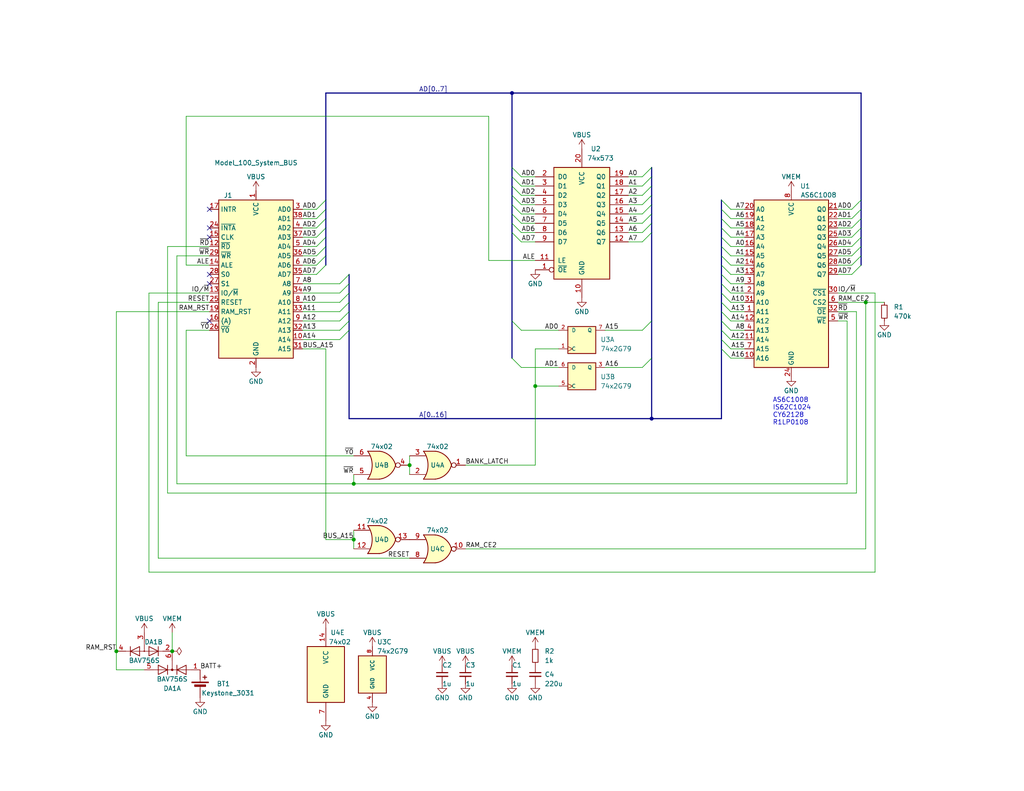
<source format=kicad_sch>
(kicad_sch (version 20230121) (generator eeschema)
  (paper "USLetter")
  (title_block (title "reQUAD") (date "2023-10-02") (rev "022") (company "Brian K. White - b.kenyon.w@gmail.com") (comment 1 "Original Design: Steve Adolph"))
  (lib_symbols
    (symbol "000_LOCAL:628128_TSOP32"
      (property "Reference" "U" (at -10.16 23.495 0))
      (property "Value" "628128_TSOP32" (at 2.54 23.495 0))
      (symbol "628128_TSOP32_0_0"
        (pin power_in line (at 0 -25.4 90) (length 2.54) (name "GND") (number "24"))
        (pin power_in line (at 0 25.4 270) (length 2.54) (name "VCC") (number "8"))
      )
      (symbol "628128_TSOP32_0_1"
        (rectangle (start -10.16 22.86) (end 10.16 -22.86) (stroke (width 0.254)) (fill (type background)))
      )
      (symbol "628128_TSOP32_1_1"
        (pin input line (at -12.7 -7.62 0) (length 2.54) (name "A11") (number "1"))
        (pin input line (at -12.7 -20.32 0) (length 2.54) (name "A16") (number "10"))
        (pin input line (at -12.7 -15.24 0) (length 2.54) (name "A14") (number "11"))
        (pin input line (at -12.7 -10.16 0) (length 2.54) (name "A12") (number "12"))
        (pin input line (at -12.7 2.54 0) (length 2.54) (name "A7") (number "13"))
        (pin input line (at -12.7 5.08 0) (length 2.54) (name "A6") (number "14"))
        (pin input line (at -12.7 7.62 0) (length 2.54) (name "A5") (number "15"))
        (pin input line (at -12.7 10.16 0) (length 2.54) (name "A4") (number "16"))
        (pin input line (at -12.7 12.7 0) (length 2.54) (name "A3") (number "17"))
        (pin input line (at -12.7 15.24 0) (length 2.54) (name "A2") (number "18"))
        (pin input line (at -12.7 17.78 0) (length 2.54) (name "A1") (number "19"))
        (pin input line (at -12.7 -2.54 0) (length 2.54) (name "A9") (number "2"))
        (pin input line (at -12.7 20.32 0) (length 2.54) (name "A0") (number "20"))
        (pin tri_state line (at 12.7 20.32 180) (length 2.54) (name "Q0") (number "21"))
        (pin tri_state line (at 12.7 17.78 180) (length 2.54) (name "Q1") (number "22"))
        (pin tri_state line (at 12.7 15.24 180) (length 2.54) (name "Q2") (number "23"))
        (pin tri_state line (at 12.7 12.7 180) (length 2.54) (name "Q3") (number "25"))
        (pin tri_state line (at 12.7 10.16 180) (length 2.54) (name "Q4") (number "26"))
        (pin tri_state line (at 12.7 7.62 180) (length 2.54) (name "Q5") (number "27"))
        (pin tri_state line (at 12.7 5.08 180) (length 2.54) (name "Q6") (number "28"))
        (pin tri_state line (at 12.7 2.54 180) (length 2.54) (name "Q7") (number "29"))
        (pin input line (at -12.7 0 0) (length 2.54) (name "A8") (number "3"))
        (pin input line (at 12.7 -2.54 180) (length 2.54) (name "~{CS1}") (number "30"))
        (pin input line (at -12.7 -5.08 0) (length 2.54) (name "A10") (number "31"))
        (pin input line (at 12.7 -7.62 180) (length 2.54) (name "~{OE}") (number "32"))
        (pin input line (at -12.7 -12.7 0) (length 2.54) (name "A13") (number "4"))
        (pin input line (at 12.7 -10.16 180) (length 2.54) (name "~{WE}") (number "5"))
        (pin input line (at 12.7 -5.08 180) (length 2.54) (name "CS2") (number "6"))
        (pin input line (at -12.7 -17.78 0) (length 2.54) (name "A15") (number "7"))
        (pin no_connect line (at 10.16 -20.32 180) (length 2.54) hide (name "NC") (number "9"))
      )
    )
    (symbol "000_LOCAL:74x02" (pin_names (offset 1.016))
      (property "Reference" "U" (at 0 1.27 0))
      (property "Value" "74x02" (at 0 -1.27 0))
      (symbol "74x02_1_1"
        (arc (start -3.81 -3.81) (mid -2.589 0) (end -3.81 3.81) (stroke (width 0.254)))
        (arc (start -0.6096 -3.81) (mid 2.1842 -2.5851) (end 3.81 0) (stroke (width 0.254)) (fill (type background)))
        (polyline (pts (xy -3.81 -3.81) (xy -0.635 -3.81)) (stroke (width 0.254)) (fill (type background)))
        (polyline (pts (xy -3.81 3.81) (xy -0.635 3.81)) (stroke (width 0.254)) (fill (type background)))
        (polyline (pts (xy -0.635 3.81) (xy -3.81 3.81) (xy -3.81 3.81) (xy -3.556 3.4036) (xy -3.0226 2.2606) (xy -2.6924 1.0414) (xy -2.6162 -0.254) (xy -2.7686 -1.4986) (xy -3.175 -2.7178) (xy -3.81 -3.81) (xy -3.81 -3.81) (xy -0.635 -3.81)) (stroke (width -25.4)) (fill (type background)))
        (arc (start 3.81 0) (mid 2.1915 2.5936) (end -0.6096 3.81) (stroke (width 0.254)) (fill (type background)))
        (pin output inverted (at 7.62 0 180) (length 3.81) (name "~") (number "1"))
        (pin input line (at -7.62 2.54 0) (length 4.318) (name "~") (number "2"))
        (pin input line (at -7.62 -2.54 0) (length 4.318) (name "~") (number "3"))
      )
      (symbol "74x02_1_2"
        (arc (start 0 -3.81) (mid 3.7934 0) (end 0 3.81) (stroke (width 0.254)) (fill (type background)))
        (polyline (pts (xy 0 3.81) (xy -3.81 3.81) (xy -3.81 -3.81) (xy 0 -3.81)) (stroke (width 0.254)) (fill (type background)))
        (pin output line (at 7.62 0 180) (length 3.81) (name "~") (number "1"))
        (pin input inverted (at -7.62 2.54 0) (length 3.81) (name "~") (number "2"))
        (pin input inverted (at -7.62 -2.54 0) (length 3.81) (name "~") (number "3"))
      )
      (symbol "74x02_2_1"
        (arc (start -3.81 -3.81) (mid -2.589 0) (end -3.81 3.81) (stroke (width 0.254)))
        (arc (start -0.6096 -3.81) (mid 2.1842 -2.5851) (end 3.81 0) (stroke (width 0.254)) (fill (type background)))
        (polyline (pts (xy -3.81 -3.81) (xy -0.635 -3.81)) (stroke (width 0.254)) (fill (type background)))
        (polyline (pts (xy -3.81 3.81) (xy -0.635 3.81)) (stroke (width 0.254)) (fill (type background)))
        (polyline (pts (xy -0.635 3.81) (xy -3.81 3.81) (xy -3.81 3.81) (xy -3.556 3.4036) (xy -3.0226 2.2606) (xy -2.6924 1.0414) (xy -2.6162 -0.254) (xy -2.7686 -1.4986) (xy -3.175 -2.7178) (xy -3.81 -3.81) (xy -3.81 -3.81) (xy -0.635 -3.81)) (stroke (width -25.4)) (fill (type background)))
        (arc (start 3.81 0) (mid 2.1915 2.5936) (end -0.6096 3.81) (stroke (width 0.254)) (fill (type background)))
        (pin output inverted (at 7.62 0 180) (length 3.81) (name "~") (number "4"))
        (pin input line (at -7.62 2.54 0) (length 4.318) (name "~") (number "5"))
        (pin input line (at -7.62 -2.54 0) (length 4.318) (name "~") (number "6"))
      )
      (symbol "74x02_2_2"
        (arc (start 0 -3.81) (mid 3.7934 0) (end 0 3.81) (stroke (width 0.254)) (fill (type background)))
        (polyline (pts (xy 0 3.81) (xy -3.81 3.81) (xy -3.81 -3.81) (xy 0 -3.81)) (stroke (width 0.254)) (fill (type background)))
        (pin output line (at 7.62 0 180) (length 3.81) (name "~") (number "4"))
        (pin input inverted (at -7.62 2.54 0) (length 3.81) (name "~") (number "5"))
        (pin input inverted (at -7.62 -2.54 0) (length 3.81) (name "~") (number "6"))
      )
      (symbol "74x02_3_1"
        (arc (start -3.81 -3.81) (mid -2.589 0) (end -3.81 3.81) (stroke (width 0.254)))
        (arc (start -0.6096 -3.81) (mid 2.1842 -2.5851) (end 3.81 0) (stroke (width 0.254)) (fill (type background)))
        (polyline (pts (xy -3.81 -3.81) (xy -0.635 -3.81)) (stroke (width 0.254)) (fill (type background)))
        (polyline (pts (xy -3.81 3.81) (xy -0.635 3.81)) (stroke (width 0.254)) (fill (type background)))
        (polyline (pts (xy -0.635 3.81) (xy -3.81 3.81) (xy -3.81 3.81) (xy -3.556 3.4036) (xy -3.0226 2.2606) (xy -2.6924 1.0414) (xy -2.6162 -0.254) (xy -2.7686 -1.4986) (xy -3.175 -2.7178) (xy -3.81 -3.81) (xy -3.81 -3.81) (xy -0.635 -3.81)) (stroke (width -25.4)) (fill (type background)))
        (arc (start 3.81 0) (mid 2.1915 2.5936) (end -0.6096 3.81) (stroke (width 0.254)) (fill (type background)))
        (pin output inverted (at 7.62 0 180) (length 3.81) (name "~") (number "10"))
        (pin input line (at -7.62 2.54 0) (length 4.318) (name "~") (number "8"))
        (pin input line (at -7.62 -2.54 0) (length 4.318) (name "~") (number "9"))
      )
      (symbol "74x02_3_2"
        (arc (start 0 -3.81) (mid 3.7934 0) (end 0 3.81) (stroke (width 0.254)) (fill (type background)))
        (polyline (pts (xy 0 3.81) (xy -3.81 3.81) (xy -3.81 -3.81) (xy 0 -3.81)) (stroke (width 0.254)) (fill (type background)))
        (pin output line (at 7.62 0 180) (length 3.81) (name "~") (number "10"))
        (pin input inverted (at -7.62 2.54 0) (length 3.81) (name "~") (number "8"))
        (pin input inverted (at -7.62 -2.54 0) (length 3.81) (name "~") (number "9"))
      )
      (symbol "74x02_4_1"
        (arc (start -3.81 -3.81) (mid -2.589 0) (end -3.81 3.81) (stroke (width 0.254)))
        (arc (start -0.6096 -3.81) (mid 2.1842 -2.5851) (end 3.81 0) (stroke (width 0.254)) (fill (type background)))
        (polyline (pts (xy -3.81 -3.81) (xy -0.635 -3.81)) (stroke (width 0.254)) (fill (type background)))
        (polyline (pts (xy -3.81 3.81) (xy -0.635 3.81)) (stroke (width 0.254)) (fill (type background)))
        (polyline (pts (xy -0.635 3.81) (xy -3.81 3.81) (xy -3.81 3.81) (xy -3.556 3.4036) (xy -3.0226 2.2606) (xy -2.6924 1.0414) (xy -2.6162 -0.254) (xy -2.7686 -1.4986) (xy -3.175 -2.7178) (xy -3.81 -3.81) (xy -3.81 -3.81) (xy -0.635 -3.81)) (stroke (width -25.4)) (fill (type background)))
        (arc (start 3.81 0) (mid 2.1915 2.5936) (end -0.6096 3.81) (stroke (width 0.254)) (fill (type background)))
        (pin input line (at -7.62 2.54 0) (length 4.318) (name "~") (number "11"))
        (pin input line (at -7.62 -2.54 0) (length 4.318) (name "~") (number "12"))
        (pin output inverted (at 7.62 0 180) (length 3.81) (name "~") (number "13"))
      )
      (symbol "74x02_4_2"
        (arc (start 0 -3.81) (mid 3.7934 0) (end 0 3.81) (stroke (width 0.254)) (fill (type background)))
        (polyline (pts (xy 0 3.81) (xy -3.81 3.81) (xy -3.81 -3.81) (xy 0 -3.81)) (stroke (width 0.254)) (fill (type background)))
        (pin input inverted (at -7.62 2.54 0) (length 3.81) (name "~") (number "11"))
        (pin input inverted (at -7.62 -2.54 0) (length 3.81) (name "~") (number "12"))
        (pin output line (at 7.62 0 180) (length 3.81) (name "~") (number "13"))
      )
      (symbol "74x02_5_0"
        (pin power_in line (at 0 12.7 270) (length 5.08) (name "VCC") (number "14"))
        (pin power_in line (at 0 -12.7 90) (length 5.08) (name "GND") (number "7"))
      )
      (symbol "74x02_5_1"
        (rectangle (start -5.08 7.62) (end 5.08 -7.62) (stroke (width 0.254)) (fill (type background)))
      )
    )
    (symbol "000_LOCAL:74x2G79" (pin_names (offset 1.016))
      (property "Reference" "U" (at 1.27 8.89 0))
      (property "Value" "74x2G79" (at 1.27 6.35 0))
      (symbol "74x2G79_1_1"
        (rectangle (start -3.81 3.556) (end 3.81 -3.81) (stroke (width 0.254)) (fill (type background)))
        (pin input clock (at -6.35 -2.54 0) (length 2.54) (name "C") (number "1"))
        (pin input line (at -6.35 2.54 0) (length 2.54) (name "D") (number "2"))
        (pin output line (at 6.35 2.54 180) (length 2.54) (name "Q") (number "7"))
      )
      (symbol "74x2G79_2_1"
        (rectangle (start -3.81 3.81) (end 3.81 -3.556) (stroke (width 0.254)) (fill (type background)))
        (pin output line (at 6.35 2.54 180) (length 2.54) (name "Q") (number "3"))
        (pin input clock (at -6.35 -2.54 0) (length 2.54) (name "C") (number "5"))
        (pin input line (at -6.35 2.54 0) (length 2.54) (name "D") (number "6"))
      )
      (symbol "74x2G79_3_1"
        (rectangle (start -3.81 5.08) (end 3.81 -5.08) (stroke (width 0.254)) (fill (type background)))
        (pin power_in line (at 0 -7.62 90) (length 2.54) (name "GND") (number "4"))
        (pin power_in line (at 0 7.62 270) (length 2.54) (name "VCC") (number "8"))
      )
    )
    (symbol "000_LOCAL:74x573" (pin_names (offset 1.016))
      (property "Reference" "U?" (at 0 0.762 0))
      (property "Value" "74x573" (at 0.127 -2.032 0))
      (symbol "74x573_1_0"
        (pin input inverted (at -12.7 -12.7 0) (length 5.08) (name "~{OE}") (number "1"))
        (pin power_in line (at 0 -20.32 90) (length 5.08) (name "GND") (number "10"))
        (pin input line (at -12.7 -10.16 0) (length 5.08) (name "LE") (number "11"))
        (pin tri_state line (at 12.7 -5.08 180) (length 5.08) (name "Q7") (number "12"))
        (pin tri_state line (at 12.7 -2.54 180) (length 5.08) (name "Q6") (number "13"))
        (pin tri_state line (at 12.7 0 180) (length 5.08) (name "Q5") (number "14"))
        (pin tri_state line (at 12.7 2.54 180) (length 5.08) (name "Q4") (number "15"))
        (pin tri_state line (at 12.7 5.08 180) (length 5.08) (name "Q3") (number "16"))
        (pin tri_state line (at 12.7 7.62 180) (length 5.08) (name "Q2") (number "17"))
        (pin tri_state line (at 12.7 10.16 180) (length 5.08) (name "Q1") (number "18"))
        (pin tri_state line (at 12.7 12.7 180) (length 5.08) (name "Q0") (number "19"))
        (pin input line (at -12.7 12.7 0) (length 5.08) (name "D0") (number "2"))
        (pin power_in line (at 0 20.32 270) (length 5.08) (name "VCC") (number "20"))
        (pin input line (at -12.7 10.16 0) (length 5.08) (name "D1") (number "3"))
        (pin input line (at -12.7 7.62 0) (length 5.08) (name "D2") (number "4"))
        (pin input line (at -12.7 5.08 0) (length 5.08) (name "D3") (number "5"))
        (pin input line (at -12.7 2.54 0) (length 5.08) (name "D4") (number "6"))
        (pin input line (at -12.7 0 0) (length 5.08) (name "D5") (number "7"))
        (pin input line (at -12.7 -2.54 0) (length 5.08) (name "D6") (number "8"))
        (pin input line (at -12.7 -5.08 0) (length 5.08) (name "D7") (number "9"))
      )
      (symbol "74x573_1_1"
        (rectangle (start -7.62 15.24) (end 7.62 -15.24) (stroke (width 0.254)) (fill (type background)))
      )
    )
    (symbol "000_LOCAL:BAV756S" (pin_names (offset 0.0254) hide)
      (property "Reference" "D" (at 0 2.54 0))
      (property "Value" "BAV756S" (at 0 5.08 0))
      (symbol "BAV756S_1_1"
        (polyline (pts (xy -5.08 0) (xy 5.08 0)))
        (polyline (pts (xy 0 0) (xy 0 -2.54)))
        (polyline (pts (xy -1.27 -1.27) (xy -1.27 1.27) (xy -1.27 1.27)) (stroke (width 0.2032)))
        (polyline (pts (xy 1.27 -1.27) (xy 1.27 1.27) (xy 1.27 1.27)) (stroke (width 0.2032)))
        (polyline (pts (xy -3.81 1.27) (xy -1.27 0) (xy -3.81 -1.27) (xy -3.81 1.27) (xy -3.81 1.27) (xy -3.81 1.27)) (stroke (width 0.2032)))
        (polyline (pts (xy 3.81 -1.27) (xy 1.27 0) (xy 3.81 1.27) (xy 3.81 -1.27) (xy 3.81 -1.27) (xy 3.81 -1.27)) (stroke (width 0.2032)))
        (circle (center 0 0) (radius 0.254) (fill (type outline)))
        (pin passive line (at -7.62 0 0) (length 2.54) (name "A1") (number "1"))
        (pin passive line (at 7.62 0 180) (length 2.54) (name "A4") (number "5"))
        (pin passive line (at 0 -5.08 90) (length 2.54) (name "CK") (number "6"))
      )
      (symbol "BAV756S_2_1"
        (polyline (pts (xy -5.08 0) (xy 5.08 0)))
        (polyline (pts (xy 0 0) (xy 0 -2.54)))
        (polyline (pts (xy -3.81 1.27) (xy -3.81 -1.27) (xy -3.81 -1.27)) (stroke (width 0.2032)))
        (polyline (pts (xy 3.81 1.27) (xy 3.81 -1.27) (xy 3.81 -1.27)) (stroke (width 0.2032)))
        (polyline (pts (xy -1.27 -1.27) (xy -3.81 0) (xy -1.27 1.27) (xy -1.27 -1.27) (xy -1.27 -1.27) (xy -1.27 -1.27)) (stroke (width 0.2032)))
        (polyline (pts (xy 1.27 1.27) (xy 3.81 0) (xy 1.27 -1.27) (xy 1.27 1.27) (xy 1.27 1.27) (xy 1.27 1.27)) (stroke (width 0.2032)))
        (circle (center 0 0) (radius 0.127))
        (pin passive line (at -7.62 0 0) (length 2.54) (name "K2") (number "2"))
        (pin passive line (at 0 -5.08 90) (length 2.54) (name "CA") (number "3"))
        (pin passive line (at 7.62 0 180) (length 2.54) (name "K3") (number "4"))
      )
    )
    (symbol "000_LOCAL:Battery_Cell" (pin_numbers hide) (pin_names (offset 0) hide)
      (property "Reference" "BT" (at 2.54 2.54 0))
      (property "Value" "Battery_Cell" (at 2.54 0 0))
      (symbol "Battery_Cell_0_1"
        (rectangle (start -2.286 1.778) (end 2.286 1.524) (fill (type outline)))
        (rectangle (start -1.524 1.016) (end 1.524 0.508) (fill (type outline)))
        (polyline (pts (xy 0 0.762) (xy 0 0)))
        (polyline (pts (xy 0 1.778) (xy 0 2.54)))
        (polyline (pts (xy 0.762 3.048) (xy 1.778 3.048)) (stroke (width 0.254)))
        (polyline (pts (xy 1.27 3.556) (xy 1.27 2.54)) (stroke (width 0.254)))
      )
      (symbol "Battery_Cell_1_1"
        (pin passive line (at 0 5.08 270) (length 2.54) (name "+") (number "1"))
        (pin passive line (at 0 -2.54 90) (length 2.54) (name "-") (number "2"))
      )
    )
    (symbol "000_LOCAL:C" (pin_numbers hide) (pin_names (offset 0.254) hide)
      (property "Reference" "C" (at 0.254 1.778 0))
      (property "Value" "C" (at 0.254 -2.032 0))
      (symbol "C_0_1"
        (polyline (pts (xy -1.524 -0.508) (xy 1.524 -0.508)) (stroke (width 0.3302)))
        (polyline (pts (xy -1.524 0.508) (xy 1.524 0.508)) (stroke (width 0.3048)))
      )
      (symbol "C_1_1"
        (pin passive line (at 0 2.54 270) (length 2.032) (name "~") (number "1"))
        (pin passive line (at 0 -2.54 90) (length 2.032) (name "~") (number "2"))
      )
    )
    (symbol "000_LOCAL:Model_100_System_BUS"
      (property "Reference" "J" (at -7.62 22.86 0))
      (property "Value" "Model_100_System_BUS" (at 15.621 27.305 0))
      (symbol "Model_100_System_BUS_0_1"
        (rectangle (start -10.16 21.59) (end 10.16 -21.59) (stroke (width 0.254)) (fill (type background)))
      )
      (symbol "Model_100_System_BUS_1_1"
        (pin power_out line (at 0 24.13 270) (length 2.54) (name "VCC") (number "1"))
        (pin output line (at 12.7 -16.51 180) (length 2.54) (name "A14") (number "10"))
        (pin passive line (at 0 -24.13 90) (length 2.54) hide (name "GND") (number "11"))
        (pin output line (at -12.7 8.89 0) (length 2.54) (name "~{RD}") (number "12"))
        (pin output line (at -12.7 -3.81 0) (length 2.54) (name "IO/~{M}") (number "13"))
        (pin output line (at -12.7 3.81 0) (length 2.54) (name "ALE") (number "14"))
        (pin output line (at -12.7 11.43 0) (length 2.54) (name "CLK") (number "15"))
        (pin output line (at -12.7 -11.43 0) (length 2.54) (name "(A)") (number "16"))
        (pin input line (at -12.7 19.05 0) (length 2.54) (name "INTR") (number "17"))
        (pin passive line (at 0 -24.13 90) (length 2.54) hide (name "GND") (number "18"))
        (pin output line (at -12.7 -8.89 0) (length 2.54) (name "RAM_RST") (number "19"))
        (pin power_out line (at 0 -24.13 90) (length 2.54) (name "GND") (number "2"))
        (pin no_connect line (at -10.16 -17.78 0) (length 2.54) hide (name "NC") (number "20"))
        (pin no_connect line (at -10.16 -19.05 0) (length 2.54) hide (name "NC") (number "21"))
        (pin no_connect line (at -10.16 -20.32 0) (length 2.54) hide (name "NC") (number "22"))
        (pin passive line (at 0 -24.13 90) (length 2.54) hide (name "GND") (number "23"))
        (pin output line (at -12.7 13.97 0) (length 2.54) (name "~{INTA}") (number "24"))
        (pin output line (at -12.7 -6.35 0) (length 2.54) (name "RESET") (number "25"))
        (pin output line (at -12.7 -13.97 0) (length 2.54) (name "~{Y0}") (number "26"))
        (pin output line (at -12.7 -1.27 0) (length 2.54) (name "S1") (number "27"))
        (pin output line (at -12.7 1.27 0) (length 2.54) (name "S0") (number "28"))
        (pin output line (at -12.7 6.35 0) (length 2.54) (name "~{WR}") (number "29"))
        (pin bidirectional line (at 12.7 19.05 180) (length 2.54) (name "AD0") (number "3"))
        (pin passive line (at 0 -24.13 90) (length 2.54) hide (name "GND") (number "30"))
        (pin output line (at 12.7 -19.05 180) (length 2.54) (name "A15") (number "31"))
        (pin output line (at 12.7 -13.97 180) (length 2.54) (name "A13") (number "32"))
        (pin output line (at 12.7 -8.89 180) (length 2.54) (name "A11") (number "33"))
        (pin output line (at 12.7 -3.81 180) (length 2.54) (name "A9") (number "34"))
        (pin bidirectional line (at 12.7 1.27 180) (length 2.54) (name "AD7") (number "35"))
        (pin bidirectional line (at 12.7 6.35 180) (length 2.54) (name "AD5") (number "36"))
        (pin bidirectional line (at 12.7 11.43 180) (length 2.54) (name "AD3") (number "37"))
        (pin bidirectional line (at 12.7 16.51 180) (length 2.54) (name "AD1") (number "38"))
        (pin passive line (at 0 -24.13 90) (length 2.54) hide (name "GND") (number "39"))
        (pin bidirectional line (at 12.7 13.97 180) (length 2.54) (name "AD2") (number "4"))
        (pin passive line (at 0 24.13 270) (length 2.54) hide (name "VCC") (number "40"))
        (pin bidirectional line (at 12.7 8.89 180) (length 2.54) (name "AD4") (number "5"))
        (pin bidirectional line (at 12.7 3.81 180) (length 2.54) (name "AD6") (number "6"))
        (pin output line (at 12.7 -1.27 180) (length 2.54) (name "A8") (number "7"))
        (pin output line (at 12.7 -6.35 180) (length 2.54) (name "A10") (number "8"))
        (pin output line (at 12.7 -11.43 180) (length 2.54) (name "A12") (number "9"))
      )
    )
    (symbol "000_LOCAL:R" (pin_numbers hide) (pin_names (offset 0.254) hide)
      (property "Reference" "R" (at 0.762 0.508 0))
      (property "Value" "R_Small" (at 0.762 -1.016 0))
      (symbol "R_0_1"
        (rectangle (start -0.762 1.778) (end 0.762 -1.778) (stroke (width 0.2032)))
      )
      (symbol "R_1_1"
        (pin passive line (at 0 2.54 270) (length 0.762) (name "~") (number "1"))
        (pin passive line (at 0 -2.54 90) (length 0.762) (name "~") (number "2"))
      )
    )
    (symbol "GND_1" (power) (pin_names (offset 0))
      (property "Value" "GND_1" (at 0 -3.81 0))
      (symbol "GND_1_0_1"
        (polyline (pts (xy 0 0) (xy 0 -1.27) (xy 1.27 -1.27) (xy 0 -2.54) (xy -1.27 -1.27) (xy 0 -1.27)))
      )
      (symbol "GND_1_1_1"
        (pin power_in line (at 0 0 270) (length 0) hide (name "GND") (number "1"))
      )
    )
    (symbol "GND_2" (power) (pin_names (offset 0))
      (property "Value" "GND_2" (at 0 -3.81 0))
      (symbol "GND_2_0_1"
        (polyline (pts (xy 0 0) (xy 0 -1.27) (xy 1.27 -1.27) (xy 0 -2.54) (xy -1.27 -1.27) (xy 0 -1.27)))
      )
      (symbol "GND_2_1_1"
        (pin power_in line (at 0 0 270) (length 0) hide (name "GND") (number "1"))
      )
    )
    (symbol "GND_3" (power) (pin_names (offset 0))
      (property "Value" "GND_3" (at 0 -3.81 0))
      (symbol "GND_3_0_1"
        (polyline (pts (xy 0 0) (xy 0 -1.27) (xy 1.27 -1.27) (xy 0 -2.54) (xy -1.27 -1.27) (xy 0 -1.27)))
      )
      (symbol "GND_3_1_1"
        (pin power_in line (at 0 0 270) (length 0) hide (name "GND") (number "1"))
      )
    )
    (symbol "GND_4" (power) (pin_names (offset 0))
      (property "Value" "GND_4" (at 0 -3.81 0))
      (symbol "GND_4_0_1"
        (polyline (pts (xy 0 0) (xy 0 -1.27) (xy 1.27 -1.27) (xy 0 -2.54) (xy -1.27 -1.27) (xy 0 -1.27)))
      )
      (symbol "GND_4_1_1"
        (pin power_in line (at 0 0 270) (length 0) hide (name "GND") (number "1"))
      )
    )
    (symbol "GND_5" (power) (pin_names (offset 0))
      (property "Value" "GND_5" (at 0 -3.81 0))
      (symbol "GND_5_0_1"
        (polyline (pts (xy 0 0) (xy 0 -1.27) (xy 1.27 -1.27) (xy 0 -2.54) (xy -1.27 -1.27) (xy 0 -1.27)))
      )
      (symbol "GND_5_1_1"
        (pin power_in line (at 0 0 270) (length 0) hide (name "GND") (number "1"))
      )
    )
    (symbol "GND_6" (power) (pin_names (offset 0))
      (property "Value" "GND_6" (at 0 -3.81 0))
      (symbol "GND_6_0_1"
        (polyline (pts (xy 0 0) (xy 0 -1.27) (xy 1.27 -1.27) (xy 0 -2.54) (xy -1.27 -1.27) (xy 0 -1.27)))
      )
      (symbol "GND_6_1_1"
        (pin power_in line (at 0 0 270) (length 0) hide (name "GND") (number "1"))
      )
    )
    (symbol "VMEM_1" (power) (pin_names (offset 0))
      (property "Value" "VMEM_1" (at 0 3.81 0))
      (symbol "VMEM_1_0_1"
        (polyline (pts (xy -0.762 1.27) (xy 0 2.54)))
        (polyline (pts (xy 0 0) (xy 0 2.54)))
        (polyline (pts (xy 0 2.54) (xy 0.762 1.27)))
      )
      (symbol "VMEM_1_1_1"
        (pin power_in line (at 0 0 90) (length 0) hide (name "VMEM") (number "1"))
      )
    )
    (symbol "VMEM_2" (power) (pin_names (offset 0))
      (property "Value" "VMEM_2" (at 0 3.81 0))
      (symbol "VMEM_2_0_1"
        (polyline (pts (xy -0.762 1.27) (xy 0 2.54)))
        (polyline (pts (xy 0 0) (xy 0 2.54)))
        (polyline (pts (xy 0 2.54) (xy 0.762 1.27)))
      )
      (symbol "VMEM_2_1_1"
        (pin power_in line (at 0 0 90) (length 0) hide (name "VMEM") (number "1"))
      )
    )
    (symbol "power:GND" (power) (pin_names (offset 0))
      (property "Value" "GND" (at 0 -3.81 0))
      (symbol "GND_0_1"
        (polyline (pts (xy 0 0) (xy 0 -1.27) (xy 1.27 -1.27) (xy 0 -2.54) (xy -1.27 -1.27) (xy 0 -1.27)))
      )
      (symbol "GND_1_1"
        (pin power_in line (at 0 0 270) (length 0) hide (name "GND") (number "1"))
      )
    )
    (symbol "power:PWR_FLAG" (power) (pin_numbers hide) (pin_names (offset 0) hide)
      (property "Value" "PWR_FLAG" (at 0 3.81 0))
      (symbol "PWR_FLAG_0_0"
        (pin power_out line (at 0 0 90) (length 0) (name "pwr") (number "1"))
      )
      (symbol "PWR_FLAG_0_1"
        (polyline (pts (xy 0 0) (xy 0 1.27) (xy -1.016 1.905) (xy 0 2.54) (xy 1.016 1.905) (xy 0 1.27)))
      )
    )
    (symbol "power:VBUS" (power) (pin_names (offset 0))
      (property "Value" "VBUS" (at 0 3.81 0))
      (symbol "VBUS_0_1"
        (polyline (pts (xy -0.762 1.27) (xy 0 2.54)))
        (polyline (pts (xy 0 0) (xy 0 2.54)))
        (polyline (pts (xy 0 2.54) (xy 0.762 1.27)))
      )
      (symbol "VBUS_1_1"
        (pin power_in line (at 0 0 90) (length 0) hide (name "VBUS") (number "1"))
      )
    )
    (symbol "power:VMEM" (power) (pin_names (offset 0))
      (property "Value" "VMEM" (at 0 3.81 0))
      (symbol "VMEM_0_1"
        (polyline (pts (xy -0.762 1.27) (xy 0 2.54)))
        (polyline (pts (xy 0 0) (xy 0 2.54)))
        (polyline (pts (xy 0 2.54) (xy 0.762 1.27)))
      )
      (symbol "VMEM_1_1"
        (pin power_in line (at 0 0 90) (length 0) hide (name "VMEM") (number "1"))
      )
    )
  )
  (junction (at 96.52 147.32))
  (junction (at 177.8 114.3))
  (junction (at 46.99 177.8))
  (junction (at 146.05 105.41))
  (junction (at 236.22 82.55))
  (junction (at 139.7 25.4))
  (junction (at 31.75 177.8))
  (junction (at 111.76 127))
  (junction (at 96.52 132.08))
  (no_connect (at 57.15 57.15))
  (no_connect (at 57.15 64.77))
  (no_connect (at 57.15 74.93))
  (no_connect (at 57.15 87.63))
  (no_connect (at 57.15 77.47))
  (no_connect (at 57.15 62.23))
  (bus_entry (at 88.9 69.85) (size -2.54 2.54))
  (bus_entry (at 234.95 59.69) (size -2.54 2.54))
  (bus_entry (at 234.95 69.85) (size -2.54 2.54))
  (bus_entry (at 88.9 64.77) (size -2.54 2.54))
  (bus_entry (at 196.85 95.25) (size 2.54 2.54))
  (bus_entry (at 88.9 67.31) (size -2.54 2.54))
  (bus_entry (at 234.95 62.23) (size -2.54 2.54))
  (bus_entry (at 139.7 55.88) (size 2.54 2.54))
  (bus_entry (at 95.25 82.55) (size -2.54 2.54))
  (bus_entry (at 139.7 45.72) (size 2.54 2.54))
  (bus_entry (at 177.8 58.42) (size -2.54 2.54))
  (bus_entry (at 139.7 53.34) (size 2.54 2.54))
  (bus_entry (at 139.7 63.5) (size 2.54 2.54))
  (bus_entry (at 88.9 59.69) (size -2.54 2.54))
  (bus_entry (at 196.85 87.63) (size 2.54 2.54))
  (bus_entry (at 234.95 64.77) (size -2.54 2.54))
  (bus_entry (at 177.8 97.79) (size -2.54 2.54))
  (bus_entry (at 139.7 50.8) (size 2.54 2.54))
  (bus_entry (at 95.25 77.47) (size -2.54 2.54))
  (bus_entry (at 177.8 53.34) (size -2.54 2.54))
  (bus_entry (at 196.85 72.39) (size 2.54 2.54))
  (bus_entry (at 196.85 67.31) (size 2.54 2.54))
  (bus_entry (at 196.85 74.93) (size 2.54 2.54))
  (bus_entry (at 196.85 69.85) (size 2.54 2.54))
  (bus_entry (at 88.9 72.39) (size -2.54 2.54))
  (bus_entry (at 234.95 72.39) (size -2.54 2.54))
  (bus_entry (at 177.8 60.96) (size -2.54 2.54))
  (bus_entry (at 234.95 67.31) (size -2.54 2.54))
  (bus_entry (at 196.85 62.23) (size 2.54 2.54))
  (bus_entry (at 88.9 54.61) (size -2.54 2.54))
  (bus_entry (at 177.8 48.26) (size -2.54 2.54))
  (bus_entry (at 139.7 58.42) (size 2.54 2.54))
  (bus_entry (at 177.8 45.72) (size -2.54 2.54))
  (bus_entry (at 95.25 87.63) (size -2.54 2.54))
  (bus_entry (at 177.8 63.5) (size -2.54 2.54))
  (bus_entry (at 196.85 82.55) (size 2.54 2.54))
  (bus_entry (at 234.95 54.61) (size -2.54 2.54))
  (bus_entry (at 177.8 87.63) (size -2.54 2.54))
  (bus_entry (at 196.85 92.71) (size 2.54 2.54))
  (bus_entry (at 139.7 60.96) (size 2.54 2.54))
  (bus_entry (at 95.25 74.93) (size -2.54 2.54))
  (bus_entry (at 88.9 57.15) (size -2.54 2.54))
  (bus_entry (at 196.85 77.47) (size 2.54 2.54))
  (bus_entry (at 139.7 48.26) (size 2.54 2.54))
  (bus_entry (at 95.25 85.09) (size -2.54 2.54))
  (bus_entry (at 95.25 80.01) (size -2.54 2.54))
  (bus_entry (at 196.85 57.15) (size 2.54 2.54))
  (bus_entry (at 88.9 62.23) (size -2.54 2.54))
  (bus_entry (at 139.7 87.63) (size 2.54 2.54))
  (bus_entry (at 139.7 97.79) (size 2.54 2.54))
  (bus_entry (at 196.85 54.61) (size 2.54 2.54))
  (bus_entry (at 234.95 57.15) (size -2.54 2.54))
  (bus_entry (at 196.85 90.17) (size 2.54 2.54))
  (bus_entry (at 177.8 50.8) (size -2.54 2.54))
  (bus_entry (at 196.85 80.01) (size 2.54 2.54))
  (bus_entry (at 177.8 55.88) (size -2.54 2.54))
  (bus_entry (at 95.25 90.17) (size -2.54 2.54))
  (bus_entry (at 196.85 64.77) (size 2.54 2.54))
  (bus_entry (at 196.85 85.09) (size 2.54 2.54))
  (bus_entry (at 196.85 59.69) (size 2.54 2.54))
  (wire (pts (xy 199.39 95.25) (xy 203.2 95.25)))
  (bus (pts (xy 88.9 62.23) (xy 88.9 64.77)))
  (bus (pts (xy 88.9 25.4) (xy 88.9 54.61)))
  (wire (pts (xy 199.39 90.17) (xy 203.2 90.17)))
  (wire (pts (xy 171.45 58.42) (xy 175.26 58.42)))
  (bus (pts (xy 234.95 69.85) (xy 234.95 72.39)))
  (wire (pts (xy 199.39 77.47) (xy 203.2 77.47)))
  (wire (pts (xy 171.45 63.5) (xy 175.26 63.5)))
  (wire (pts (xy 82.55 72.39) (xy 86.36 72.39)))
  (bus (pts (xy 139.7 87.63) (xy 139.7 97.79)))
  (wire (pts (xy 199.39 85.09) (xy 203.2 85.09)))
  (wire (pts (xy 199.39 67.31) (xy 203.2 67.31)))
  (wire (pts (xy 39.37 182.88) (xy 31.75 182.88)))
  (bus (pts (xy 234.95 25.4) (xy 234.95 54.61)))
  (bus (pts (xy 234.95 54.61) (xy 234.95 57.15)))
  (wire (pts (xy 142.24 90.17) (xy 152.4 90.17)))
  (wire (pts (xy 142.24 55.88) (xy 146.05 55.88)))
  (wire (pts (xy 45.72 67.31) (xy 57.15 67.31)))
  (wire (pts (xy 199.39 62.23) (xy 203.2 62.23)))
  (bus (pts (xy 177.8 48.26) (xy 177.8 50.8)))
  (wire (pts (xy 82.55 59.69) (xy 86.36 59.69)))
  (bus (pts (xy 88.9 54.61) (xy 88.9 57.15)))
  (bus (pts (xy 196.85 85.09) (xy 196.85 87.63)))
  (bus (pts (xy 177.8 50.8) (xy 177.8 53.34)))
  (wire (pts (xy 165.1 100.33) (xy 175.26 100.33)))
  (wire (pts (xy 228.6 85.09) (xy 233.68 85.09)))
  (bus (pts (xy 95.25 87.63) (xy 95.25 90.17)))
  (wire (pts (xy 57.15 72.39) (xy 50.8 72.39)))
  (wire (pts (xy 31.75 85.09) (xy 31.75 177.8)))
  (wire (pts (xy 82.55 64.77) (xy 86.36 64.77)))
  (wire (pts (xy 199.39 57.15) (xy 203.2 57.15)))
  (wire (pts (xy 165.1 90.17) (xy 175.26 90.17)))
  (wire (pts (xy 228.6 62.23) (xy 232.41 62.23)))
  (bus (pts (xy 95.25 85.09) (xy 95.25 87.63)))
  (bus (pts (xy 95.25 74.93) (xy 95.25 77.47)))
  (wire (pts (xy 40.64 80.01) (xy 40.64 156.21)))
  (wire (pts (xy 50.8 124.46) (xy 96.52 124.46)))
  (wire (pts (xy 228.6 69.85) (xy 232.41 69.85)))
  (bus (pts (xy 234.95 62.23) (xy 234.95 64.77)))
  (wire (pts (xy 96.52 144.78) (xy 96.52 147.32)))
  (bus (pts (xy 88.9 67.31) (xy 88.9 69.85)))
  (wire (pts (xy 45.72 67.31) (xy 45.72 134.62)))
  (wire (pts (xy 228.6 80.01) (xy 238.76 80.01)))
  (wire (pts (xy 82.55 74.93) (xy 86.36 74.93)))
  (bus (pts (xy 139.7 63.5) (xy 139.7 87.63)))
  (wire (pts (xy 142.24 58.42) (xy 146.05 58.42)))
  (wire (pts (xy 96.52 147.32) (xy 96.52 149.86)))
  (bus (pts (xy 196.85 77.47) (xy 196.85 80.01)))
  (bus (pts (xy 95.25 80.01) (xy 95.25 82.55)))
  (wire (pts (xy 40.64 80.01) (xy 57.15 80.01)))
  (bus (pts (xy 234.95 64.77) (xy 234.95 67.31)))
  (wire (pts (xy 142.24 48.26) (xy 146.05 48.26)))
  (wire (pts (xy 111.76 152.4) (xy 43.18 152.4)))
  (bus (pts (xy 196.85 54.61) (xy 196.85 57.15)))
  (bus (pts (xy 234.95 57.15) (xy 234.95 59.69)))
  (bus (pts (xy 196.85 90.17) (xy 196.85 92.71)))
  (wire (pts (xy 82.55 67.31) (xy 86.36 67.31)))
  (wire (pts (xy 82.55 77.47) (xy 92.71 77.47)))
  (wire (pts (xy 238.76 80.01) (xy 238.76 156.21)))
  (wire (pts (xy 43.18 82.55) (xy 43.18 152.4)))
  (wire (pts (xy 199.39 80.01) (xy 203.2 80.01)))
  (wire (pts (xy 82.55 80.01) (xy 92.71 80.01)))
  (bus (pts (xy 196.85 72.39) (xy 196.85 74.93)))
  (wire (pts (xy 146.05 105.41) (xy 152.4 105.41)))
  (wire (pts (xy 146.05 105.41) (xy 146.05 95.25)))
  (bus (pts (xy 88.9 57.15) (xy 88.9 59.69)))
  (wire (pts (xy 228.6 82.55) (xy 236.22 82.55)))
  (bus (pts (xy 88.9 59.69) (xy 88.9 62.23)))
  (bus (pts (xy 177.8 87.63) (xy 177.8 97.79)))
  (bus (pts (xy 177.8 114.3) (xy 196.85 114.3)))
  (bus (pts (xy 177.8 97.79) (xy 177.8 114.3)))
  (wire (pts (xy 199.39 64.77) (xy 203.2 64.77)))
  (bus (pts (xy 95.25 77.47) (xy 95.25 80.01)))
  (wire (pts (xy 96.52 132.08) (xy 96.52 129.54)))
  (bus (pts (xy 139.7 25.4) (xy 234.95 25.4)))
  (wire (pts (xy 142.24 50.8) (xy 146.05 50.8)))
  (wire (pts (xy 146.05 95.25) (xy 152.4 95.25)))
  (wire (pts (xy 82.55 90.17) (xy 92.71 90.17)))
  (wire (pts (xy 88.9 95.25) (xy 88.9 147.32)))
  (wire (pts (xy 82.55 69.85) (xy 86.36 69.85)))
  (bus (pts (xy 139.7 55.88) (xy 139.7 58.42)))
  (wire (pts (xy 133.35 31.75) (xy 133.35 71.12)))
  (wire (pts (xy 231.14 87.63) (xy 228.6 87.63)))
  (wire (pts (xy 228.6 72.39) (xy 232.41 72.39)))
  (wire (pts (xy 171.45 55.88) (xy 175.26 55.88)))
  (bus (pts (xy 196.85 82.55) (xy 196.85 85.09)))
  (bus (pts (xy 139.7 50.8) (xy 139.7 53.34)))
  (wire (pts (xy 142.24 60.96) (xy 146.05 60.96)))
  (wire (pts (xy 199.39 72.39) (xy 203.2 72.39)))
  (wire (pts (xy 142.24 53.34) (xy 146.05 53.34)))
  (wire (pts (xy 82.55 95.25) (xy 88.9 95.25)))
  (wire (pts (xy 88.9 147.32) (xy 96.52 147.32)))
  (wire (pts (xy 50.8 90.17) (xy 57.15 90.17)))
  (bus (pts (xy 139.7 58.42) (xy 139.7 60.96)))
  (wire (pts (xy 171.45 66.04) (xy 175.26 66.04)))
  (wire (pts (xy 142.24 66.04) (xy 146.05 66.04)))
  (bus (pts (xy 196.85 74.93) (xy 196.85 77.47)))
  (bus (pts (xy 95.25 114.3) (xy 177.8 114.3)))
  (wire (pts (xy 50.8 90.17) (xy 50.8 124.46)))
  (wire (pts (xy 111.76 124.46) (xy 111.76 127)))
  (bus (pts (xy 95.25 90.17) (xy 95.25 114.3)))
  (wire (pts (xy 48.26 69.85) (xy 57.15 69.85)))
  (wire (pts (xy 111.76 127) (xy 111.76 129.54)))
  (wire (pts (xy 199.39 87.63) (xy 203.2 87.63)))
  (wire (pts (xy 228.6 57.15) (xy 232.41 57.15)))
  (bus (pts (xy 196.85 67.31) (xy 196.85 69.85)))
  (wire (pts (xy 171.45 53.34) (xy 175.26 53.34)))
  (bus (pts (xy 234.95 59.69) (xy 234.95 62.23)))
  (wire (pts (xy 82.55 82.55) (xy 92.71 82.55)))
  (wire (pts (xy 82.55 62.23) (xy 86.36 62.23)))
  (bus (pts (xy 88.9 69.85) (xy 88.9 72.39)))
  (wire (pts (xy 231.14 87.63) (xy 231.14 132.08)))
  (bus (pts (xy 234.95 67.31) (xy 234.95 69.85)))
  (wire (pts (xy 199.39 69.85) (xy 203.2 69.85)))
  (bus (pts (xy 177.8 60.96) (xy 177.8 63.5)))
  (bus (pts (xy 88.9 25.4) (xy 139.7 25.4)))
  (wire (pts (xy 171.45 48.26) (xy 175.26 48.26)))
  (bus (pts (xy 139.7 53.34) (xy 139.7 55.88)))
  (wire (pts (xy 142.24 100.33) (xy 152.4 100.33)))
  (bus (pts (xy 196.85 92.71) (xy 196.85 95.25)))
  (wire (pts (xy 82.55 92.71) (xy 92.71 92.71)))
  (wire (pts (xy 236.22 82.55) (xy 236.22 149.86)))
  (wire (pts (xy 31.75 182.88) (xy 31.75 177.8)))
  (wire (pts (xy 146.05 105.41) (xy 146.05 127)))
  (wire (pts (xy 199.39 59.69) (xy 203.2 59.69)))
  (bus (pts (xy 139.7 48.26) (xy 139.7 50.8)))
  (wire (pts (xy 48.26 69.85) (xy 48.26 132.08)))
  (wire (pts (xy 228.6 74.93) (xy 232.41 74.93)))
  (bus (pts (xy 196.85 87.63) (xy 196.85 90.17)))
  (wire (pts (xy 48.26 132.08) (xy 96.52 132.08)))
  (bus (pts (xy 139.7 25.4) (xy 139.7 45.72)))
  (wire (pts (xy 46.99 172.72) (xy 46.99 177.8)))
  (bus (pts (xy 177.8 45.72) (xy 177.8 48.26)))
  (bus (pts (xy 177.8 55.88) (xy 177.8 58.42)))
  (bus (pts (xy 177.8 63.5) (xy 177.8 87.63)))
  (wire (pts (xy 50.8 31.75) (xy 50.8 72.39)))
  (bus (pts (xy 196.85 59.69) (xy 196.85 62.23)))
  (wire (pts (xy 45.72 134.62) (xy 233.68 134.62)))
  (wire (pts (xy 171.45 50.8) (xy 175.26 50.8)))
  (wire (pts (xy 82.55 87.63) (xy 92.71 87.63)))
  (bus (pts (xy 95.25 82.55) (xy 95.25 85.09)))
  (bus (pts (xy 196.85 62.23) (xy 196.85 64.77)))
  (wire (pts (xy 171.45 60.96) (xy 175.26 60.96)))
  (wire (pts (xy 142.24 63.5) (xy 146.05 63.5)))
  (bus (pts (xy 196.85 57.15) (xy 196.85 59.69)))
  (bus (pts (xy 196.85 69.85) (xy 196.85 72.39)))
  (wire (pts (xy 82.55 85.09) (xy 92.71 85.09)))
  (wire (pts (xy 199.39 74.93) (xy 203.2 74.93)))
  (bus (pts (xy 196.85 95.25) (xy 196.85 114.3)))
  (bus (pts (xy 177.8 53.34) (xy 177.8 55.88)))
  (wire (pts (xy 96.52 132.08) (xy 231.14 132.08)))
  (wire (pts (xy 233.68 85.09) (xy 233.68 134.62)))
  (wire (pts (xy 228.6 59.69) (xy 232.41 59.69)))
  (bus (pts (xy 139.7 60.96) (xy 139.7 63.5)))
  (bus (pts (xy 196.85 80.01) (xy 196.85 82.55)))
  (wire (pts (xy 238.76 156.21) (xy 40.64 156.21)))
  (wire (pts (xy 82.55 57.15) (xy 86.36 57.15)))
  (wire (pts (xy 228.6 64.77) (xy 232.41 64.77)))
  (wire (pts (xy 43.18 82.55) (xy 57.15 82.55)))
  (wire (pts (xy 199.39 82.55) (xy 203.2 82.55)))
  (bus (pts (xy 139.7 45.72) (xy 139.7 48.26)))
  (wire (pts (xy 236.22 82.55) (xy 241.3 82.55)))
  (wire (pts (xy 133.35 71.12) (xy 146.05 71.12)))
  (wire (pts (xy 127 149.86) (xy 236.22 149.86)))
  (wire (pts (xy 31.75 85.09) (xy 57.15 85.09)))
  (wire (pts (xy 199.39 92.71) (xy 203.2 92.71)))
  (wire (pts (xy 228.6 67.31) (xy 232.41 67.31)))
  (bus (pts (xy 88.9 64.77) (xy 88.9 67.31)))
  (wire (pts (xy 199.39 97.79) (xy 203.2 97.79)))
  (wire (pts (xy 146.05 127) (xy 127 127)))
  (wire (pts (xy 50.8 31.75) (xy 133.35 31.75)))
  (bus (pts (xy 196.85 64.77) (xy 196.85 67.31)))
  (bus (pts (xy 177.8 58.42) (xy 177.8 60.96)))
  (text "AS6C1008\nIS62C1024\nCY62128\nR1LP0108" (at 210.82 116.205 0) (effects (font (size 1.27 1.27)) (justify left bottom)))
  (label "A6" (at 171.45 63.5 0))
  (label "A7" (at 171.45 66.04 0))
  (label "A5" (at 171.45 60.96 0))
  (label "RESET" (at 57.15 82.55 180))
  (label "A13" (at 82.55 90.17 0))
  (label "IO{slash}~{M}" (at 57.15 80.01 180))
  (label "A8" (at 82.55 77.47 0))
  (label "A4" (at 171.45 58.42 0))
  (label "~{Y0}" (at 57.15 90.17 180))
  (label "A6" (at 203.2 59.69 180))
  (label "AD5" (at 82.55 69.85 0))
  (label "AD2" (at 82.55 62.23 0))
  (label "~{WR}" (at 96.52 129.54 180))
  (label "AD1" (at 228.6 59.69 0))
  (label "A11" (at 82.55 85.09 0))
  (label "AD0" (at 152.4 90.17 180))
  (label "A14" (at 203.2 87.63 180))
  (label "AD0" (at 82.55 57.15 0))
  (label "~{RD}" (at 228.6 85.09 0))
  (label "AD6" (at 82.55 72.39 0))
  (label "AD0" (at 228.6 57.15 0))
  (label "AD2" (at 228.6 62.23 0))
  (label "ALE" (at 146.05 71.12 180))
  (label "A13" (at 203.2 85.09 180))
  (label "RAM_RST" (at 57.15 85.09 180))
  (label "AD4" (at 228.6 67.31 0))
  (label "BUS_A15" (at 96.52 147.32 180))
  (label "A14" (at 82.55 92.71 0))
  (label "AD3" (at 228.6 64.77 0))
  (label "A9" (at 82.55 80.01 0))
  (label "A0" (at 203.2 67.31 180))
  (label "A5" (at 203.2 62.23 180))
  (label "A12" (at 82.55 87.63 0))
  (label "AD6" (at 146.05 63.5 180))
  (label "A7" (at 203.2 57.15 180))
  (label "A1" (at 171.45 50.8 0))
  (label "A8" (at 203.2 90.17 180))
  (label "A2" (at 203.2 72.39 180))
  (label "BUS_A15" (at 82.55 95.25 0))
  (label "AD2" (at 146.05 53.34 180))
  (label "BATT+" (at 54.61 182.88 0))
  (label "A1" (at 203.2 69.85 180))
  (label "A10" (at 203.2 82.55 180))
  (label "AD1" (at 146.05 50.8 180))
  (label "A12" (at 203.2 92.71 180))
  (label "AD[0..7]" (at 114.3 25.4 0))
  (label "A16" (at 165.1 100.33 0))
  (label "AD5" (at 146.05 60.96 180))
  (label "AD1" (at 82.55 59.69 0))
  (label "~{Y0}" (at 96.52 124.46 180))
  (label "ALE" (at 57.15 72.39 180))
  (label "AD3" (at 146.05 55.88 180))
  (label "A15" (at 165.1 90.17 0))
  (label "AD4" (at 82.55 67.31 0))
  (label "AD5" (at 228.6 69.85 0))
  (label "AD7" (at 82.55 74.93 0))
  (label "IO{slash}~{M}" (at 228.6 80.01 0))
  (label "A0" (at 171.45 48.26 0))
  (label "~{WR}" (at 57.15 69.85 180))
  (label "~{RD}" (at 57.15 67.31 180))
  (label "AD6" (at 228.6 72.39 0))
  (label "AD1" (at 152.4 100.33 180))
  (label "AD0" (at 146.05 48.26 180))
  (label "RAM_RST" (at 31.75 177.8 180))
  (label "RAM_CE2" (at 127 149.86 0))
  (label "AD3" (at 82.55 64.77 0))
  (label "A11" (at 203.2 80.01 180))
  (label "AD7" (at 146.05 66.04 180))
  (label "BANK_LATCH" (at 127 127 0))
  (label "A10" (at 82.55 82.55 0))
  (label "AD7" (at 228.6 74.93 0))
  (label "A3" (at 203.2 74.93 180))
  (label "A[0..16]" (at 114.3 114.3 0))
  (label "A15" (at 203.2 95.25 180))
  (label "AD4" (at 146.05 58.42 180))
  (label "A4" (at 203.2 64.77 180))
  (label "A2" (at 171.45 53.34 0))
  (label "~{WR}" (at 228.6 87.63 0))
  (label "A3" (at 171.45 55.88 0))
  (label "RAM_CE2" (at 228.6 82.55 0))
  (label "A16" (at 203.2 97.79 180))
  (label "RESET" (at 111.76 152.4 180))
  (label "A9" (at 203.2 77.47 180))
  (symbol (lib_id "000_LOCAL:Model_100_System_BUS") (at 69.85 76.2 0) (unit 1)
    (property "Reference" "J1" (at 62.23 53.34 0))
    (property "Value" "Model_100_System_BUS" (at 69.85 44.45 0))
    (property "Footprint" "000_LOCAL:DIP-40_pins" (effects hide))
    (property "Datasheet" "datasheets/TRS-80_Model_100_User_Guide.pdf" (effects hide))
  )
  (symbol (lib_id "000_LOCAL:74x02") (at 119.38 127 0) (mirror x) (unit 1)
    (property "Reference" "U4" (at 119.38 127 0))
    (property "Value" "74x02" (at 119.38 121.92 0))
    (property "Footprint" "000_LOCAL:TSSOP-14_4.4x5mm_P0.65mm" (effects hide))
    (property "Datasheet" "datasheets/74AHC02.pdf" (effects hide))
  )
  (symbol (lib_id "000_LOCAL:74x02") (at 104.14 127 0) (mirror x) (unit 2)
    (property "Reference" "U4" (at 104.14 127 0))
    (property "Value" "74x02" (at 104.14 121.92 0))
    (property "Footprint" "000_LOCAL:TSSOP-14_4.4x5mm_P0.65mm" (effects hide))
    (property "Datasheet" "datasheets/74AHC02.pdf" (effects hide))
  )
  (symbol (lib_id "000_LOCAL:74x02") (at 119.38 149.86 0) (mirror x) (unit 3)
    (property "Reference" "U4" (at 119.38 149.86 0))
    (property "Value" "74x02" (at 119.38 144.78 0))
    (property "Footprint" "000_LOCAL:TSSOP-14_4.4x5mm_P0.65mm" (effects hide))
    (property "Datasheet" "datasheets/74AHC02.pdf" (effects hide))
  )
  (symbol (lib_id "000_LOCAL:74x02") (at 104.14 147.32 0) (unit 4)
    (property "Reference" "U4" (at 104.14 147.32 0))
    (property "Value" "74x02" (at 102.87 142.24 0))
    (property "Footprint" "000_LOCAL:TSSOP-14_4.4x5mm_P0.65mm" (effects hide))
    (property "Datasheet" "datasheets/74AHC02.pdf" (effects hide))
  )
  (symbol (lib_id "000_LOCAL:628128_TSOP32") (at 215.9 77.47 0) (unit 1)
    (property "Reference" "U1" (at 219.71 50.8 0))
    (property "Value" "AS6C1008" (at 218.44 53.975 0) (effects (justify left bottom)))
    (property "Footprint" "000_LOCAL:TSOP32-dual" (effects hide))
    (property "Datasheet" "datasheets/628128.pdf" (effects hide))
  )
  (symbol (lib_id "000_LOCAL:74x02") (at 88.9 184.15 0) (unit 5)
    (property "Reference" "U4" (at 90.17 172.72 0) (effects (justify left)))
    (property "Value" "74x02" (at 92.71 175.26 0))
    (property "Footprint" "000_LOCAL:TSSOP-14_4.4x5mm_P0.65mm" (effects hide))
    (property "Datasheet" "datasheets/74AHC02.pdf" (effects hide))
  )
  (symbol (lib_id "000_LOCAL:74x573") (at 158.75 60.96 0) (unit 1)
    (property "Reference" "U2" (at 162.56 40.64 0))
    (property "Value" "74x573" (at 163.83 43.18 0))
    (property "Footprint" "000_LOCAL:TSSOP-20_4.4x6.5mm_P0.65mm" (effects hide))
    (property "Datasheet" "datasheets/74AHC573.pdf" (effects hide))
  )
  (symbol (lib_id "000_LOCAL:74x2G79") (at 158.75 92.71 0) (unit 1)
    (property "Reference" "U3" (at 163.83 92.71 0) (effects (justify left)))
    (property "Value" "74x2G79" (at 163.83 95.25 0) (effects (justify left)))
    (property "Footprint" "000_LOCAL:VSSOP-8_2.3x2mm_P0.5mm" (effects hide))
    (property "Datasheet" "datasheets/74LVC2G79.pdf" (effects hide))
  )
  (symbol (lib_id "000_LOCAL:74x2G79") (at 158.75 102.87 0) (unit 2)
    (property "Reference" "U3" (at 163.83 102.87 0) (effects (justify left)))
    (property "Value" "74x2G79" (at 163.83 105.41 0) (effects (justify left)))
    (property "Footprint" "000_LOCAL:VSSOP-8_2.3x2mm_P0.5mm" (effects hide))
    (property "Datasheet" "datasheets/74LVC2G79.pdf" (effects hide))
  )
  (symbol (lib_id "power:VMEM") (at 139.7 181.61 0) (unit 1)
    (property "Reference" "#PWR0114" (effects hide))
    (property "Value" "VMEM" (at 139.7 177.8 0))
  )
  (symbol (lib_name "VMEM_2") (lib_id "power:VMEM") (at 215.9 52.07 0) (unit 1)
    (property "Reference" "#PWR0108" (effects hide))
    (property "Value" "VMEM" (at 215.9 48.26 0))
  )
  (symbol (lib_id "000_LOCAL:74x2G79") (at 101.6 184.15 0) (unit 3)
    (property "Reference" "U3" (at 102.87 175.26 0) (effects (justify left)))
    (property "Value" "74x2G79" (at 102.87 177.8 0) (effects (justify left)))
    (property "Footprint" "000_LOCAL:VSSOP-8_2.3x2mm_P0.5mm" (effects hide))
    (property "Datasheet" "datasheets/74LVC2G79.pdf" (effects hide))
  )
  (symbol (lib_name "GND_5") (lib_id "power:GND") (at 101.6 191.77 0) (unit 1)
    (property "Reference" "#PWR0109" (effects hide))
    (property "Value" "GND" (at 101.6 195.58 0))
  )
  (symbol (lib_name "GND_4") (lib_id "power:GND") (at 69.85 100.33 0) (unit 1)
    (property "Reference" "#PWR0101" (effects hide))
    (property "Value" "GND" (at 69.85 104.14 0))
  )
  (symbol (lib_id "power:VBUS") (at 69.85 52.07 0) (unit 1)
    (property "Reference" "#PWR08" (effects hide))
    (property "Value" "VBUS" (at 69.85 48.26 0))
  )
  (symbol (lib_id "000_LOCAL:C") (at 139.7 184.15 0) (unit 1)
    (property "Reference" "C1" (at 139.7 181.61 0) (effects (justify left)))
    (property "Value" "1u" (at 139.7 186.69 0) (effects (justify left)))
    (property "Footprint" "000_LOCAL:C_0805" (effects hide))
  )
  (symbol (lib_id "power:GND") (at 139.7 186.69 0) (unit 1)
    (property "Reference" "#PWR0113" (effects hide))
    (property "Value" "GND" (at 139.7 190.5 0))
  )
  (symbol (lib_name "GND_6") (lib_id "power:GND") (at 88.9 196.85 0) (unit 1)
    (property "Reference" "#PWR0112" (effects hide))
    (property "Value" "GND" (at 88.9 200.66 0))
  )
  (symbol (lib_name "GND_2") (lib_id "power:GND") (at 158.75 81.28 0) (unit 1)
    (property "Reference" "#PWR0106" (effects hide))
    (property "Value" "GND" (at 158.75 85.09 0))
  )
  (symbol (lib_name "GND_3") (lib_id "power:GND") (at 215.9 102.87 0) (unit 1)
    (property "Reference" "#PWR0107" (effects hide))
    (property "Value" "GND" (at 215.9 106.68 0))
  )
  (symbol (lib_name "GND_1") (lib_id "power:GND") (at 146.05 73.66 0) (unit 1)
    (property "Reference" "#PWR0105" (effects hide))
    (property "Value" "GND" (at 146.05 77.47 0))
  )
  (symbol (lib_id "power:VBUS") (at 39.37 172.72 0) (unit 1)
    (property "Reference" "#PWR02" (effects hide))
    (property "Value" "VBUS" (at 39.37 168.91 0))
  )
  (symbol (lib_name "VMEM_1") (lib_id "power:VMEM") (at 46.99 172.72 0) (mirror y) (unit 1)
    (property "Reference" "#PWR09" (effects hide))
    (property "Value" "VMEM" (at 46.99 168.91 0))
  )
  (symbol (lib_id "000_LOCAL:C") (at 120.65 184.15 0) (unit 1)
    (property "Reference" "C2" (at 120.65 181.61 0) (effects (justify left)))
    (property "Value" "1u" (at 120.65 186.69 0) (effects (justify left)))
    (property "Footprint" "000_LOCAL:C_0805" (effects hide))
  )
  (symbol (lib_id "000_LOCAL:R") (at 241.3 85.09 0) (unit 1)
    (property "Reference" "R1" (at 243.84 83.82 0) (effects (justify left)))
    (property "Value" "470k" (at 243.84 86.36 0) (effects (justify left)))
    (property "Footprint" "000_LOCAL:R_0805" (effects hide))
  )
  (symbol (lib_id "power:VBUS") (at 158.75 40.64 0) (unit 1)
    (property "Reference" "#PWR0111" (effects hide))
    (property "Value" "VBUS" (at 158.75 36.83 0))
  )
  (symbol (lib_id "power:GND") (at 120.65 186.69 0) (unit 1)
    (property "Reference" "#PWR0104" (effects hide))
    (property "Value" "GND" (at 120.65 190.5 0))
  )
  (symbol (lib_id "000_LOCAL:BAV756S") (at 39.37 177.8 180) (unit 2)
    (property "Reference" "DA1" (at 41.91 175.26 0))
    (property "Value" "BAV756S" (at 39.37 180.34 0))
    (property "Footprint" "000_LOCAL:SOT-363" (effects hide))
    (property "Datasheet" "datasheets/BAV756S.pdf" (effects hide))
  )
  (symbol (lib_id "power:GND") (at 146.05 186.69 0) (unit 1)
    (property "Reference" "#PWR011" (effects hide))
    (property "Value" "GND" (at 146.05 190.5 0))
  )
  (symbol (lib_id "power:PWR_FLAG") (at 46.99 177.8 270) (unit 1)
    (property "Reference" "#FLG02" (effects hide))
    (property "Value" "PWR_FLAG" (effects hide))
  )
  (symbol (lib_id "000_LOCAL:R") (at 146.05 179.07 0) (unit 1)
    (property "Reference" "R2" (at 148.59 177.8 0) (effects (justify left)))
    (property "Value" "1k" (at 148.59 180.34 0) (effects (justify left)))
    (property "Footprint" "000_LOCAL:R_0805" (effects hide))
  )
  (symbol (lib_id "power:GND") (at 127 186.69 0) (unit 1)
    (property "Reference" "#PWR06" (effects hide))
    (property "Value" "GND" (at 127 190.5 0))
  )
  (symbol (lib_id "power:VBUS") (at 127 181.61 0) (unit 1)
    (property "Reference" "#PWR04" (effects hide))
    (property "Value" "VBUS" (at 127 177.8 0))
  )
  (symbol (lib_name "GND_1") (lib_id "power:GND") (at 54.61 190.5 0) (unit 1)
    (property "Reference" "#PWR010" (effects hide))
    (property "Value" "GND" (at 54.61 194.31 0))
  )
  (symbol (lib_id "power:VBUS") (at 88.9 171.45 0) (unit 1)
    (property "Reference" "#PWR03" (effects hide))
    (property "Value" "VBUS" (at 88.9 167.64 0))
  )
  (symbol (lib_id "000_LOCAL:C") (at 127 184.15 0) (unit 1)
    (property "Reference" "C3" (at 127 181.61 0) (effects (justify left)))
    (property "Value" "1u" (at 127 186.69 0) (effects (justify left)))
    (property "Footprint" "000_LOCAL:C_0805" (effects hide))
  )
  (symbol (lib_id "000_LOCAL:BAV756S") (at 46.99 182.88 180) (unit 1)
    (property "Reference" "DA1" (at 46.99 187.96 0))
    (property "Value" "BAV756S" (at 46.99 185.42 0))
    (property "Footprint" "000_LOCAL:SOT-363" (effects hide))
    (property "Datasheet" "datasheets/BAV756S.pdf" (effects hide))
  )
  (symbol (lib_id "power:VBUS") (at 101.6 176.53 0) (unit 1)
    (property "Reference" "#PWR05" (effects hide))
    (property "Value" "VBUS" (at 101.6 172.72 0))
  )
  (symbol (lib_id "power:VMEM") (at 146.05 176.53 0) (unit 1)
    (property "Reference" "#PWR01" (effects hide))
    (property "Value" "VMEM" (at 146.05 172.72 0))
  )
  (symbol (lib_id "power:VBUS") (at 120.65 181.61 0) (unit 1)
    (property "Reference" "#PWR0110" (effects hide))
    (property "Value" "VBUS" (at 120.65 177.8 0))
  )
  (symbol (lib_name "GND_3") (lib_id "power:GND") (at 241.3 87.63 0) (unit 1)
    (property "Reference" "#PWR07" (effects hide))
    (property "Value" "GND" (at 241.3 91.44 0))
  )
  (symbol (lib_id "000_LOCAL:C") (at 146.05 184.15 0) (unit 1)
    (property "Reference" "C4" (at 148.59 184.15 0) (effects (justify left)))
    (property "Value" "220u" (at 148.59 186.69 0) (effects (justify left)))
    (property "Footprint" "000_LOCAL:CP_EIA-6032-28" (effects hide))
    (property "Datasheet" "datasheets/TAJ.pdf" (effects hide))
  )
  (symbol (lib_id "000_LOCAL:Battery_Cell") (at 54.61 187.96 0) (unit 1)
    (property "Reference" "BT1" (at 60.96 186.69 0))
    (property "Value" "Keystone_3031" (at 62.23 189.23 0))
    (property "Footprint" "000_LOCAL:Keystone_3031" (effects hide))
    (property "Datasheet" "datasheet/Keystone_3031.pdf" (effects hide))
  )
)
</source>
